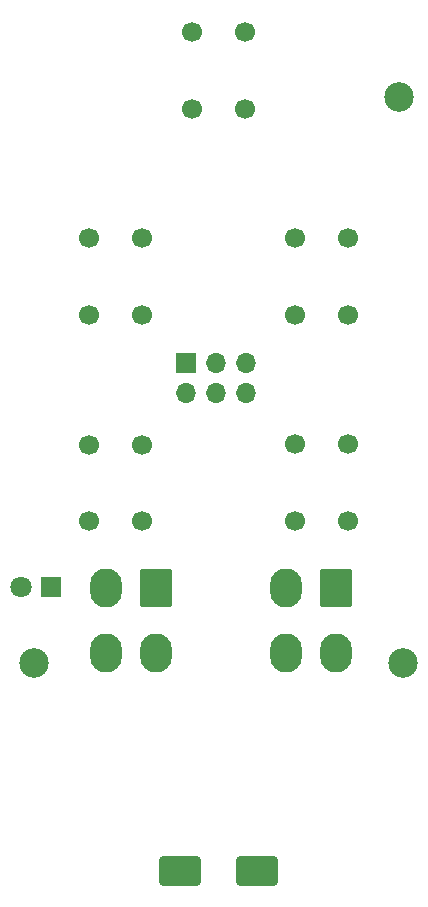
<source format=gbr>
%TF.GenerationSoftware,KiCad,Pcbnew,(6.0.9)*%
%TF.CreationDate,2023-01-27T20:48:09-09:00*%
%TF.ProjectId,JETT STATION SELECT,4a455454-2053-4544-9154-494f4e205345,rev?*%
%TF.SameCoordinates,Original*%
%TF.FileFunction,Soldermask,Bot*%
%TF.FilePolarity,Negative*%
%FSLAX46Y46*%
G04 Gerber Fmt 4.6, Leading zero omitted, Abs format (unit mm)*
G04 Created by KiCad (PCBNEW (6.0.9)) date 2023-01-27 20:48:09*
%MOMM*%
%LPD*%
G01*
G04 APERTURE LIST*
G04 Aperture macros list*
%AMRoundRect*
0 Rectangle with rounded corners*
0 $1 Rounding radius*
0 $2 $3 $4 $5 $6 $7 $8 $9 X,Y pos of 4 corners*
0 Add a 4 corners polygon primitive as box body*
4,1,4,$2,$3,$4,$5,$6,$7,$8,$9,$2,$3,0*
0 Add four circle primitives for the rounded corners*
1,1,$1+$1,$2,$3*
1,1,$1+$1,$4,$5*
1,1,$1+$1,$6,$7*
1,1,$1+$1,$8,$9*
0 Add four rect primitives between the rounded corners*
20,1,$1+$1,$2,$3,$4,$5,0*
20,1,$1+$1,$4,$5,$6,$7,0*
20,1,$1+$1,$6,$7,$8,$9,0*
20,1,$1+$1,$8,$9,$2,$3,0*%
G04 Aperture macros list end*
%ADD10RoundRect,0.250000X1.500000X1.000000X-1.500000X1.000000X-1.500000X-1.000000X1.500000X-1.000000X0*%
%ADD11RoundRect,0.250001X1.099999X1.399999X-1.099999X1.399999X-1.099999X-1.399999X1.099999X-1.399999X0*%
%ADD12O,2.700000X3.300000*%
%ADD13R,1.800000X1.800000*%
%ADD14C,1.800000*%
%ADD15C,1.700000*%
%ADD16O,1.700000X1.700000*%
%ADD17R,1.700000X1.700000*%
%ADD18C,2.500000*%
G04 APERTURE END LIST*
D10*
%TO.C,C1*%
X153697375Y-127285749D03*
X147197375Y-127285749D03*
%TD*%
D11*
%TO.C,J2*%
X145113375Y-103346249D03*
D12*
X140913375Y-103346249D03*
X145113375Y-108846249D03*
X140913375Y-108846249D03*
%TD*%
D11*
%TO.C,J1*%
X160353375Y-103346249D03*
D12*
X156153375Y-103346249D03*
X160353375Y-108846249D03*
X156153375Y-108846249D03*
%TD*%
D13*
%TO.C,D1*%
X136223375Y-103282749D03*
D14*
X133683375Y-103282749D03*
%TD*%
D15*
%TO.C,SW5*%
X156876750Y-97694749D03*
X156876750Y-91194749D03*
X161376750Y-97694749D03*
X161376750Y-91194749D03*
%TD*%
%TO.C,SW4*%
X143922750Y-91217749D03*
X143922750Y-97717749D03*
X139422750Y-91217749D03*
X139422750Y-97717749D03*
%TD*%
%TO.C,SW3*%
X156876750Y-80232250D03*
X156876750Y-73732250D03*
X161376750Y-80232250D03*
X161376750Y-73732250D03*
%TD*%
%TO.C,SW2*%
X143922750Y-73755250D03*
X143922750Y-80255250D03*
X139422750Y-73755250D03*
X139422750Y-80255250D03*
%TD*%
%TO.C,SW1*%
X148145500Y-62769749D03*
X148145500Y-56269749D03*
X152645500Y-62769749D03*
X152645500Y-56269749D03*
%TD*%
D16*
%TO.C,J3*%
X152733375Y-86836249D03*
X152733375Y-84296249D03*
X150193375Y-86836249D03*
X150193375Y-84296249D03*
X147653375Y-86836249D03*
D17*
X147653375Y-84296249D03*
%TD*%
D18*
%TO.C,H3*%
X166068375Y-109696249D03*
%TD*%
%TO.C,H2*%
X134794625Y-109696249D03*
%TD*%
%TO.C,H1*%
X165671500Y-61753750D03*
%TD*%
M02*

</source>
